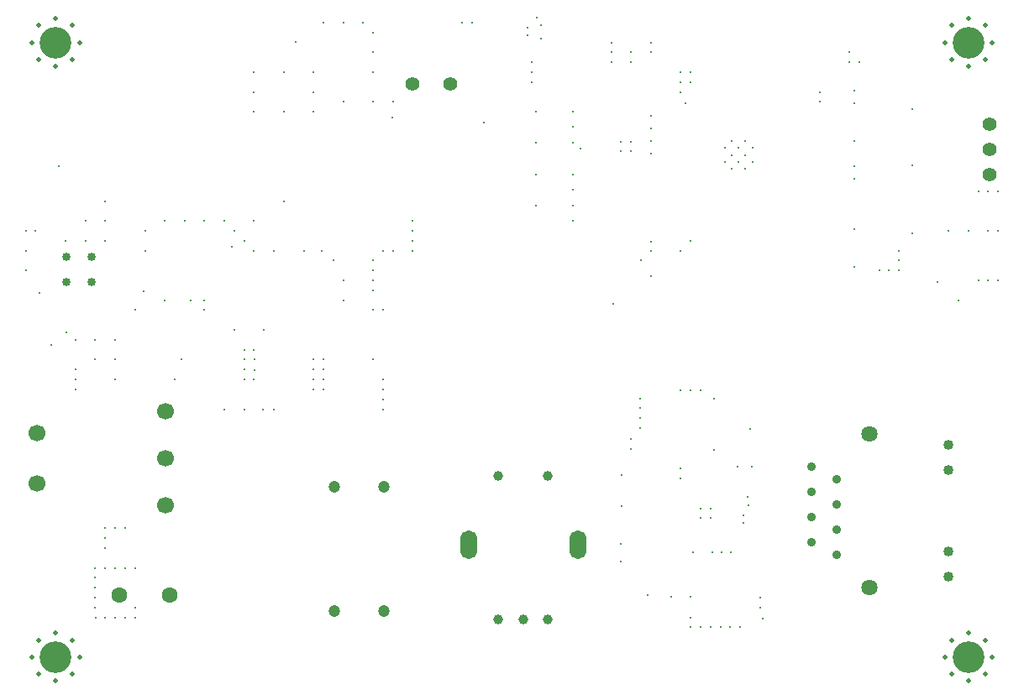
<source format=gbr>
%TF.GenerationSoftware,Altium Limited,Altium Designer,25.1.2 (22)*%
G04 Layer_Color=0*
%FSLAX45Y45*%
%MOMM*%
%TF.SameCoordinates,6140C124-B29E-4EDD-BC75-2642A01B609D*%
%TF.FilePolarity,Positive*%
%TF.FileFunction,Plated,1,2,PTH,Drill*%
%TF.Part,Single*%
G01*
G75*
%TA.AperFunction,ComponentDrill*%
%ADD121C,0.30000*%
%ADD122C,1.19990*%
%ADD123O,1.70000X2.90000*%
%ADD124C,0.99060*%
%ADD125C,1.70000*%
%ADD126C,1.40000*%
%ADD127C,1.60000*%
%ADD128C,0.89000*%
%ADD129C,1.02000*%
%ADD130C,1.63000*%
%ADD131C,1.40000*%
%ADD132C,3.20000*%
%ADD133C,0.50000*%
%ADD134C,0.85000*%
%TA.AperFunction,ViaDrill,NotFilled*%
%ADD135C,0.30000*%
D121*
X7422000Y5534140D02*
D03*
X7282000D02*
D03*
X7142000D02*
D03*
Y5394140D02*
D03*
X7282000D02*
D03*
X7422000D02*
D03*
X7352000Y5604140D02*
D03*
X7212000D02*
D03*
X7352000Y5464140D02*
D03*
X7212000D02*
D03*
Y5324140D02*
D03*
X7352000D02*
D03*
D122*
X3209000Y2113000D02*
D03*
X3709000D02*
D03*
Y863000D02*
D03*
X3209000D02*
D03*
D123*
X5663000Y1529000D02*
D03*
X4563000D02*
D03*
D124*
X5363000Y2229000D02*
D03*
X4863000D02*
D03*
X5113000Y779000D02*
D03*
X5363000D02*
D03*
X4863000D02*
D03*
D125*
X1508000Y2875140D02*
D03*
Y2405140D02*
D03*
Y1935140D02*
D03*
X213000Y2655140D02*
D03*
Y2155140D02*
D03*
D126*
X3993494Y6181142D02*
D03*
X4374494D02*
D03*
D127*
X1043000Y1028000D02*
D03*
X1551000D02*
D03*
D128*
X8272000Y1431640D02*
D03*
X8018000Y1558640D02*
D03*
X8272000Y1685640D02*
D03*
X8018000Y1812640D02*
D03*
X8272000Y1939640D02*
D03*
X8018000Y2066640D02*
D03*
X8272000Y2193640D02*
D03*
X8018000Y2320640D02*
D03*
D129*
X9397000Y1214140D02*
D03*
Y1468140D02*
D03*
Y2539140D02*
D03*
Y2285140D02*
D03*
D130*
X8602000Y1102140D02*
D03*
Y2651140D02*
D03*
D131*
X9815000Y5264140D02*
D03*
Y5518140D02*
D03*
Y5772140D02*
D03*
D132*
X9600000Y6600000D02*
D03*
Y400000D02*
D03*
X400000D02*
D03*
Y6600000D02*
D03*
D133*
X9600000Y6840000D02*
D03*
X9769706Y6430294D02*
D03*
X9430295Y6769706D02*
D03*
Y6430294D02*
D03*
X9840000Y6600000D02*
D03*
X9600000Y6360000D02*
D03*
X9769706Y6769706D02*
D03*
X9360000Y6600000D02*
D03*
X9600000Y640000D02*
D03*
X9769706Y230294D02*
D03*
X9430295Y569705D02*
D03*
Y230294D02*
D03*
X9840000Y400000D02*
D03*
X9600000Y160000D02*
D03*
X9769706Y569705D02*
D03*
X9360000Y400000D02*
D03*
X400000Y640000D02*
D03*
X569705Y230294D02*
D03*
X230294Y569705D02*
D03*
Y230294D02*
D03*
X640000Y400000D02*
D03*
X400000Y160000D02*
D03*
X569705Y569705D02*
D03*
X160000Y400000D02*
D03*
X400000Y6840000D02*
D03*
X569705Y6430294D02*
D03*
X230294Y6769706D02*
D03*
Y6430294D02*
D03*
X640000Y6600000D02*
D03*
X400000Y6360000D02*
D03*
X569705Y6769706D02*
D03*
X160000Y6600000D02*
D03*
D134*
X505000Y4438140D02*
D03*
Y4184140D02*
D03*
X759000Y4438140D02*
D03*
Y4184140D02*
D03*
D135*
X6400000Y4240000D02*
D03*
X1600000Y3200000D02*
D03*
X3600000Y3400000D02*
D03*
X3700000Y3900000D02*
D03*
Y4500000D02*
D03*
X3800000D02*
D03*
X3600000Y4100000D02*
D03*
Y4200000D02*
D03*
Y4300000D02*
D03*
Y4400000D02*
D03*
X3084233Y4498305D02*
D03*
X2400000Y4500000D02*
D03*
X2300000Y4600000D02*
D03*
X6700000Y2200000D02*
D03*
X6290000Y3010000D02*
D03*
X7040000D02*
D03*
X6900000Y3090000D02*
D03*
X6800000D02*
D03*
X6700000D02*
D03*
X6200000Y2500000D02*
D03*
Y2600000D02*
D03*
X6290000Y2710000D02*
D03*
Y2810000D02*
D03*
Y2910000D02*
D03*
X7300000Y700000D02*
D03*
X7200000D02*
D03*
X7500000Y900000D02*
D03*
Y1000000D02*
D03*
X7100000Y700000D02*
D03*
X6900000D02*
D03*
X7000000D02*
D03*
X6800000D02*
D03*
Y800000D02*
D03*
Y1010000D02*
D03*
X6600000D02*
D03*
X6093348Y1544145D02*
D03*
X6700000Y2300000D02*
D03*
X7040000Y2490000D02*
D03*
X7400000Y2700000D02*
D03*
X9700000Y4200000D02*
D03*
X9900000Y4700000D02*
D03*
Y4200000D02*
D03*
X9800000D02*
D03*
X9500000Y4000000D02*
D03*
X8900000Y4400000D02*
D03*
Y4300000D02*
D03*
Y4500000D02*
D03*
X8800000Y4300000D02*
D03*
X8700000D02*
D03*
X9800000Y4700000D02*
D03*
X9600000D02*
D03*
X9400000D02*
D03*
X9900000Y5100000D02*
D03*
X9800000D02*
D03*
X9700000D02*
D03*
X8100000Y6000000D02*
D03*
Y6100000D02*
D03*
X8500000Y6400000D02*
D03*
X8400000D02*
D03*
Y6500000D02*
D03*
X6800000Y4600000D02*
D03*
X6700000Y4500000D02*
D03*
X6300000Y4400000D02*
D03*
X6400000Y4500000D02*
D03*
X6000000Y6600000D02*
D03*
X6400000D02*
D03*
Y6500000D02*
D03*
X6200000D02*
D03*
Y6400000D02*
D03*
X6000000Y6500000D02*
D03*
Y6400000D02*
D03*
X6800000Y6300000D02*
D03*
Y6200000D02*
D03*
X6700000Y6100000D02*
D03*
Y6200000D02*
D03*
Y6300000D02*
D03*
X5290000Y6640000D02*
D03*
Y6770000D02*
D03*
X5250000Y6850000D02*
D03*
X4500000Y6800000D02*
D03*
X4600000D02*
D03*
X5200000Y6200000D02*
D03*
Y6300000D02*
D03*
Y6400000D02*
D03*
X3100000Y6800000D02*
D03*
X3300000D02*
D03*
X3500000D02*
D03*
X3600000Y6700000D02*
D03*
Y6500000D02*
D03*
Y6300000D02*
D03*
X3300000Y6000000D02*
D03*
X3600000D02*
D03*
X3800000D02*
D03*
X3789765Y5843383D02*
D03*
X2400000Y5900000D02*
D03*
X3000000D02*
D03*
Y6100000D02*
D03*
Y6300000D02*
D03*
X2400000D02*
D03*
Y6100000D02*
D03*
X2700000Y6300000D02*
D03*
Y5900000D02*
D03*
X2400000Y4800000D02*
D03*
X2700000Y5000000D02*
D03*
X1000000Y3600000D02*
D03*
Y3400000D02*
D03*
Y3200000D02*
D03*
X800000Y3400000D02*
D03*
Y3600000D02*
D03*
X600000D02*
D03*
X100000Y4300000D02*
D03*
Y4500000D02*
D03*
Y4700000D02*
D03*
X900000Y4800000D02*
D03*
Y5000000D02*
D03*
X700000Y4800000D02*
D03*
X900000Y4600000D02*
D03*
X700000D02*
D03*
X500000D02*
D03*
X1200000Y3900000D02*
D03*
X1500000Y4000000D02*
D03*
X1300000Y4500000D02*
D03*
Y4700000D02*
D03*
X1500000Y4800000D02*
D03*
X1700000D02*
D03*
X1900000D02*
D03*
X2100000D02*
D03*
X2200000Y4700000D02*
D03*
X2600000Y4500000D02*
D03*
X2900000D02*
D03*
X3200000Y4400000D02*
D03*
X3300000Y4200000D02*
D03*
Y4000000D02*
D03*
X3600000Y3900000D02*
D03*
X3700000Y2900000D02*
D03*
Y3000000D02*
D03*
Y3100000D02*
D03*
Y3200000D02*
D03*
X2403939Y3399941D02*
D03*
X2405170Y3296938D02*
D03*
X2400000Y3200000D02*
D03*
X2300000Y3400000D02*
D03*
X2400000Y3500000D02*
D03*
X2485830Y2896455D02*
D03*
X2300000Y2900000D02*
D03*
X2600000D02*
D03*
X2100000D02*
D03*
X2300000Y3200000D02*
D03*
Y3300000D02*
D03*
Y3500000D02*
D03*
X2500000Y3700000D02*
D03*
X2200000D02*
D03*
X1900000Y4000000D02*
D03*
Y3900000D02*
D03*
X1761000Y3997140D02*
D03*
X600000Y3100000D02*
D03*
Y3200000D02*
D03*
Y3300000D02*
D03*
X900000Y1700000D02*
D03*
Y1600000D02*
D03*
Y1500000D02*
D03*
X1000000Y1700000D02*
D03*
X1100000D02*
D03*
X800000Y1000000D02*
D03*
Y900000D02*
D03*
X801118Y793736D02*
D03*
X900000Y800000D02*
D03*
X1000000D02*
D03*
X1200000Y900000D02*
D03*
X1100000Y800000D02*
D03*
X1200000D02*
D03*
Y1300000D02*
D03*
X1100000D02*
D03*
X1000000D02*
D03*
X900000D02*
D03*
X800000D02*
D03*
Y1200000D02*
D03*
Y1100000D02*
D03*
X6016913Y3963016D02*
D03*
X6200000Y5500000D02*
D03*
Y5600000D02*
D03*
X6100000Y5500000D02*
D03*
Y5600000D02*
D03*
X4718656Y5795300D02*
D03*
X196000Y4700000D02*
D03*
X2820000Y6601001D02*
D03*
X3100000Y3300000D02*
D03*
Y3200000D02*
D03*
Y3100000D02*
D03*
X3000000D02*
D03*
Y3200000D02*
D03*
Y3300000D02*
D03*
X3100000Y3400000D02*
D03*
X1284000Y4089000D02*
D03*
X9033140Y4670140D02*
D03*
Y5363200D02*
D03*
Y5927080D02*
D03*
X4000000Y4800000D02*
D03*
Y4500000D02*
D03*
Y4600000D02*
D03*
Y4700000D02*
D03*
X434868Y5348140D02*
D03*
X3000000Y3400000D02*
D03*
X2176889Y4542814D02*
D03*
X1672000Y3401000D02*
D03*
X5611000Y5746000D02*
D03*
X5688000Y5530000D02*
D03*
X5613000Y5586220D02*
D03*
X5611000Y4801000D02*
D03*
X5613000Y5116000D02*
D03*
X7525000Y786000D02*
D03*
X6900000Y1800000D02*
D03*
X7000000D02*
D03*
Y1900000D02*
D03*
X6900000D02*
D03*
X9289000Y4180140D02*
D03*
X6752000Y5989000D02*
D03*
X357000Y3548000D02*
D03*
X236000Y4069000D02*
D03*
X505000Y3671000D02*
D03*
X7272000Y2322140D02*
D03*
X8450000Y5990140D02*
D03*
Y6117140D02*
D03*
X6098253Y1366674D02*
D03*
X6370000Y1021000D02*
D03*
X7016000Y1460140D02*
D03*
X7108000Y1459140D02*
D03*
X7203000D02*
D03*
X6398000Y5609140D02*
D03*
Y5482140D02*
D03*
X8450000Y5609140D02*
D03*
Y5355140D02*
D03*
Y5228140D02*
D03*
Y4720140D02*
D03*
X7416000Y2321140D02*
D03*
X8450000Y4339140D02*
D03*
X6106000Y2238139D02*
D03*
Y1919728D02*
D03*
X5240100Y4955720D02*
D03*
X5239000Y5270000D02*
D03*
X5613000Y4955720D02*
D03*
X5239000Y5586220D02*
D03*
Y5901470D02*
D03*
X5613000Y5270970D02*
D03*
Y5901470D02*
D03*
X6397000Y4593000D02*
D03*
X6398000Y5736140D02*
D03*
Y5863000D02*
D03*
X5156000Y6744640D02*
D03*
Y6669640D02*
D03*
X7336000Y1755925D02*
D03*
X6828000Y1459140D02*
D03*
X7336000Y1830925D02*
D03*
X7379000Y1935140D02*
D03*
X7377609Y2011531D02*
D03*
%TF.MD5,e08c135f28d9eb23b71a302ae1e8db2a*%
M02*

</source>
